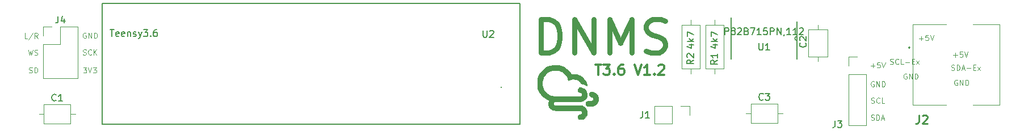
<source format=gbr>
G04 #@! TF.GenerationSoftware,KiCad,Pcbnew,(5.1.4)-1*
G04 #@! TF.CreationDate,2019-11-17T17:18:35+01:00*
G04 #@! TF.ProjectId,DNMS,444e4d53-2e6b-4696-9361-645f70636258,0.9.0*
G04 #@! TF.SameCoordinates,Original*
G04 #@! TF.FileFunction,Legend,Top*
G04 #@! TF.FilePolarity,Positive*
%FSLAX46Y46*%
G04 Gerber Fmt 4.6, Leading zero omitted, Abs format (unit mm)*
G04 Created by KiCad (PCBNEW (5.1.4)-1) date 2019-11-17 17:18:35*
%MOMM*%
%LPD*%
G04 APERTURE LIST*
%ADD10C,0.100000*%
%ADD11C,0.300000*%
%ADD12C,0.750000*%
%ADD13C,0.200000*%
%ADD14C,0.120000*%
%ADD15C,0.127000*%
%ADD16C,0.152400*%
%ADD17C,0.010000*%
%ADD18C,0.254000*%
%ADD19C,0.150000*%
G04 APERTURE END LIST*
D10*
X200698228Y-82988142D02*
X201307752Y-82988142D01*
X201002990Y-83292904D02*
X201002990Y-82683380D01*
X202069657Y-82492904D02*
X201688704Y-82492904D01*
X201650609Y-82873857D01*
X201688704Y-82835761D01*
X201764895Y-82797666D01*
X201955371Y-82797666D01*
X202031561Y-82835761D01*
X202069657Y-82873857D01*
X202107752Y-82950047D01*
X202107752Y-83140523D01*
X202069657Y-83216714D01*
X202031561Y-83254809D01*
X201955371Y-83292904D01*
X201764895Y-83292904D01*
X201688704Y-83254809D01*
X201650609Y-83216714D01*
X202336323Y-82492904D02*
X202602990Y-83292904D01*
X202869657Y-82492904D01*
X201295076Y-86747400D02*
X201218885Y-86709304D01*
X201104600Y-86709304D01*
X200990314Y-86747400D01*
X200914123Y-86823590D01*
X200876028Y-86899780D01*
X200837933Y-87052161D01*
X200837933Y-87166447D01*
X200876028Y-87318828D01*
X200914123Y-87395019D01*
X200990314Y-87471209D01*
X201104600Y-87509304D01*
X201180790Y-87509304D01*
X201295076Y-87471209D01*
X201333171Y-87433114D01*
X201333171Y-87166447D01*
X201180790Y-87166447D01*
X201676028Y-87509304D02*
X201676028Y-86709304D01*
X202133171Y-87509304D01*
X202133171Y-86709304D01*
X202514123Y-87509304D02*
X202514123Y-86709304D01*
X202704600Y-86709304D01*
X202818885Y-86747400D01*
X202895076Y-86823590D01*
X202933171Y-86899780D01*
X202971266Y-87052161D01*
X202971266Y-87166447D01*
X202933171Y-87318828D01*
X202895076Y-87395019D01*
X202818885Y-87471209D01*
X202704600Y-87509304D01*
X202514123Y-87509304D01*
X200412619Y-85236009D02*
X200526904Y-85274104D01*
X200717380Y-85274104D01*
X200793571Y-85236009D01*
X200831666Y-85197914D01*
X200869761Y-85121723D01*
X200869761Y-85045533D01*
X200831666Y-84969342D01*
X200793571Y-84931247D01*
X200717380Y-84893152D01*
X200565000Y-84855057D01*
X200488809Y-84816961D01*
X200450714Y-84778866D01*
X200412619Y-84702676D01*
X200412619Y-84626485D01*
X200450714Y-84550295D01*
X200488809Y-84512200D01*
X200565000Y-84474104D01*
X200755476Y-84474104D01*
X200869761Y-84512200D01*
X201212619Y-85274104D02*
X201212619Y-84474104D01*
X201403095Y-84474104D01*
X201517380Y-84512200D01*
X201593571Y-84588390D01*
X201631666Y-84664580D01*
X201669761Y-84816961D01*
X201669761Y-84931247D01*
X201631666Y-85083628D01*
X201593571Y-85159819D01*
X201517380Y-85236009D01*
X201403095Y-85274104D01*
X201212619Y-85274104D01*
X201974523Y-85045533D02*
X202355476Y-85045533D01*
X201898333Y-85274104D02*
X202165000Y-84474104D01*
X202431666Y-85274104D01*
X202698333Y-84969342D02*
X203307857Y-84969342D01*
X203688809Y-84855057D02*
X203955476Y-84855057D01*
X204069761Y-85274104D02*
X203688809Y-85274104D01*
X203688809Y-84474104D01*
X204069761Y-84474104D01*
X204336428Y-85274104D02*
X204755476Y-84740771D01*
X204336428Y-84740771D02*
X204755476Y-85274104D01*
X191287666Y-84321609D02*
X191401952Y-84359704D01*
X191592428Y-84359704D01*
X191668619Y-84321609D01*
X191706714Y-84283514D01*
X191744809Y-84207323D01*
X191744809Y-84131133D01*
X191706714Y-84054942D01*
X191668619Y-84016847D01*
X191592428Y-83978752D01*
X191440047Y-83940657D01*
X191363857Y-83902561D01*
X191325761Y-83864466D01*
X191287666Y-83788276D01*
X191287666Y-83712085D01*
X191325761Y-83635895D01*
X191363857Y-83597800D01*
X191440047Y-83559704D01*
X191630523Y-83559704D01*
X191744809Y-83597800D01*
X192544809Y-84283514D02*
X192506714Y-84321609D01*
X192392428Y-84359704D01*
X192316238Y-84359704D01*
X192201952Y-84321609D01*
X192125761Y-84245419D01*
X192087666Y-84169228D01*
X192049571Y-84016847D01*
X192049571Y-83902561D01*
X192087666Y-83750180D01*
X192125761Y-83673990D01*
X192201952Y-83597800D01*
X192316238Y-83559704D01*
X192392428Y-83559704D01*
X192506714Y-83597800D01*
X192544809Y-83635895D01*
X193268619Y-84359704D02*
X192887666Y-84359704D01*
X192887666Y-83559704D01*
X193535285Y-84054942D02*
X194144809Y-84054942D01*
X194525761Y-83940657D02*
X194792428Y-83940657D01*
X194906714Y-84359704D02*
X194525761Y-84359704D01*
X194525761Y-83559704D01*
X194906714Y-83559704D01*
X195173380Y-84359704D02*
X195592428Y-83826371D01*
X195173380Y-83826371D02*
X195592428Y-84359704D01*
X193725876Y-85807600D02*
X193649685Y-85769504D01*
X193535400Y-85769504D01*
X193421114Y-85807600D01*
X193344923Y-85883790D01*
X193306828Y-85959980D01*
X193268733Y-86112361D01*
X193268733Y-86226647D01*
X193306828Y-86379028D01*
X193344923Y-86455219D01*
X193421114Y-86531409D01*
X193535400Y-86569504D01*
X193611590Y-86569504D01*
X193725876Y-86531409D01*
X193763971Y-86493314D01*
X193763971Y-86226647D01*
X193611590Y-86226647D01*
X194106828Y-86569504D02*
X194106828Y-85769504D01*
X194563971Y-86569504D01*
X194563971Y-85769504D01*
X194944923Y-86569504D02*
X194944923Y-85769504D01*
X195135400Y-85769504D01*
X195249685Y-85807600D01*
X195325876Y-85883790D01*
X195363971Y-85959980D01*
X195402066Y-86112361D01*
X195402066Y-86226647D01*
X195363971Y-86379028D01*
X195325876Y-86455219D01*
X195249685Y-86531409D01*
X195135400Y-86569504D01*
X194944923Y-86569504D01*
X195592828Y-80498942D02*
X196202352Y-80498942D01*
X195897590Y-80803704D02*
X195897590Y-80194180D01*
X196964257Y-80003704D02*
X196583304Y-80003704D01*
X196545209Y-80384657D01*
X196583304Y-80346561D01*
X196659495Y-80308466D01*
X196849971Y-80308466D01*
X196926161Y-80346561D01*
X196964257Y-80384657D01*
X197002352Y-80460847D01*
X197002352Y-80651323D01*
X196964257Y-80727514D01*
X196926161Y-80765609D01*
X196849971Y-80803704D01*
X196659495Y-80803704D01*
X196583304Y-80765609D01*
X196545209Y-80727514D01*
X197230923Y-80003704D02*
X197497590Y-80803704D01*
X197764257Y-80003704D01*
D11*
X147312714Y-84420971D02*
X148169857Y-84420971D01*
X147741285Y-85920971D02*
X147741285Y-84420971D01*
X148527000Y-84420971D02*
X149455571Y-84420971D01*
X148955571Y-84992400D01*
X149169857Y-84992400D01*
X149312714Y-85063828D01*
X149384142Y-85135257D01*
X149455571Y-85278114D01*
X149455571Y-85635257D01*
X149384142Y-85778114D01*
X149312714Y-85849542D01*
X149169857Y-85920971D01*
X148741285Y-85920971D01*
X148598428Y-85849542D01*
X148527000Y-85778114D01*
X150098428Y-85778114D02*
X150169857Y-85849542D01*
X150098428Y-85920971D01*
X150027000Y-85849542D01*
X150098428Y-85778114D01*
X150098428Y-85920971D01*
X151455571Y-84420971D02*
X151169857Y-84420971D01*
X151027000Y-84492400D01*
X150955571Y-84563828D01*
X150812714Y-84778114D01*
X150741285Y-85063828D01*
X150741285Y-85635257D01*
X150812714Y-85778114D01*
X150884142Y-85849542D01*
X151027000Y-85920971D01*
X151312714Y-85920971D01*
X151455571Y-85849542D01*
X151527000Y-85778114D01*
X151598428Y-85635257D01*
X151598428Y-85278114D01*
X151527000Y-85135257D01*
X151455571Y-85063828D01*
X151312714Y-84992400D01*
X151027000Y-84992400D01*
X150884142Y-85063828D01*
X150812714Y-85135257D01*
X150741285Y-85278114D01*
X153169857Y-84420971D02*
X153669857Y-85920971D01*
X154169857Y-84420971D01*
X155455571Y-85920971D02*
X154598428Y-85920971D01*
X155027000Y-85920971D02*
X155027000Y-84420971D01*
X154884142Y-84635257D01*
X154741285Y-84778114D01*
X154598428Y-84849542D01*
X156098428Y-85778114D02*
X156169857Y-85849542D01*
X156098428Y-85920971D01*
X156027000Y-85849542D01*
X156098428Y-85778114D01*
X156098428Y-85920971D01*
X156741285Y-84563828D02*
X156812714Y-84492400D01*
X156955571Y-84420971D01*
X157312714Y-84420971D01*
X157455571Y-84492400D01*
X157527000Y-84563828D01*
X157598428Y-84706685D01*
X157598428Y-84849542D01*
X157527000Y-85063828D01*
X156669857Y-85920971D01*
X157598428Y-85920971D01*
D10*
X62846028Y-85617009D02*
X62960314Y-85655104D01*
X63150790Y-85655104D01*
X63226980Y-85617009D01*
X63265076Y-85578914D01*
X63303171Y-85502723D01*
X63303171Y-85426533D01*
X63265076Y-85350342D01*
X63226980Y-85312247D01*
X63150790Y-85274152D01*
X62998409Y-85236057D01*
X62922219Y-85197961D01*
X62884123Y-85159866D01*
X62846028Y-85083676D01*
X62846028Y-85007485D01*
X62884123Y-84931295D01*
X62922219Y-84893200D01*
X62998409Y-84855104D01*
X63188885Y-84855104D01*
X63303171Y-84893200D01*
X63646028Y-85655104D02*
X63646028Y-84855104D01*
X63836504Y-84855104D01*
X63950790Y-84893200D01*
X64026980Y-84969390D01*
X64065076Y-85045580D01*
X64103171Y-85197961D01*
X64103171Y-85312247D01*
X64065076Y-85464628D01*
X64026980Y-85540819D01*
X63950790Y-85617009D01*
X63836504Y-85655104D01*
X63646028Y-85655104D01*
X62699990Y-82213504D02*
X62890466Y-83013504D01*
X63042847Y-82442076D01*
X63195228Y-83013504D01*
X63385704Y-82213504D01*
X63652371Y-82975409D02*
X63766657Y-83013504D01*
X63957133Y-83013504D01*
X64033323Y-82975409D01*
X64071419Y-82937314D01*
X64109514Y-82861123D01*
X64109514Y-82784933D01*
X64071419Y-82708742D01*
X64033323Y-82670647D01*
X63957133Y-82632552D01*
X63804752Y-82594457D01*
X63728561Y-82556361D01*
X63690466Y-82518266D01*
X63652371Y-82442076D01*
X63652371Y-82365885D01*
X63690466Y-82289695D01*
X63728561Y-82251600D01*
X63804752Y-82213504D01*
X63995228Y-82213504D01*
X64109514Y-82251600D01*
X62572971Y-80498904D02*
X62192019Y-80498904D01*
X62192019Y-79698904D01*
X63411066Y-79660809D02*
X62725352Y-80689380D01*
X64134876Y-80498904D02*
X63868209Y-80117952D01*
X63677733Y-80498904D02*
X63677733Y-79698904D01*
X63982495Y-79698904D01*
X64058685Y-79737000D01*
X64096780Y-79775095D01*
X64134876Y-79851285D01*
X64134876Y-79965571D01*
X64096780Y-80041761D01*
X64058685Y-80079857D01*
X63982495Y-80117952D01*
X63677733Y-80117952D01*
X70916923Y-84855104D02*
X71412161Y-84855104D01*
X71145495Y-85159866D01*
X71259780Y-85159866D01*
X71335971Y-85197961D01*
X71374066Y-85236057D01*
X71412161Y-85312247D01*
X71412161Y-85502723D01*
X71374066Y-85578914D01*
X71335971Y-85617009D01*
X71259780Y-85655104D01*
X71031209Y-85655104D01*
X70955019Y-85617009D01*
X70916923Y-85578914D01*
X71640733Y-84855104D02*
X71907400Y-85655104D01*
X72174066Y-84855104D01*
X72364542Y-84855104D02*
X72859780Y-84855104D01*
X72593114Y-85159866D01*
X72707400Y-85159866D01*
X72783590Y-85197961D01*
X72821685Y-85236057D01*
X72859780Y-85312247D01*
X72859780Y-85502723D01*
X72821685Y-85578914D01*
X72783590Y-85617009D01*
X72707400Y-85655104D01*
X72478828Y-85655104D01*
X72402638Y-85617009D01*
X72364542Y-85578914D01*
X70878828Y-82924609D02*
X70993114Y-82962704D01*
X71183590Y-82962704D01*
X71259780Y-82924609D01*
X71297876Y-82886514D01*
X71335971Y-82810323D01*
X71335971Y-82734133D01*
X71297876Y-82657942D01*
X71259780Y-82619847D01*
X71183590Y-82581752D01*
X71031209Y-82543657D01*
X70955019Y-82505561D01*
X70916923Y-82467466D01*
X70878828Y-82391276D01*
X70878828Y-82315085D01*
X70916923Y-82238895D01*
X70955019Y-82200800D01*
X71031209Y-82162704D01*
X71221685Y-82162704D01*
X71335971Y-82200800D01*
X72135971Y-82886514D02*
X72097876Y-82924609D01*
X71983590Y-82962704D01*
X71907400Y-82962704D01*
X71793114Y-82924609D01*
X71716923Y-82848419D01*
X71678828Y-82772228D01*
X71640733Y-82619847D01*
X71640733Y-82505561D01*
X71678828Y-82353180D01*
X71716923Y-82276990D01*
X71793114Y-82200800D01*
X71907400Y-82162704D01*
X71983590Y-82162704D01*
X72097876Y-82200800D01*
X72135971Y-82238895D01*
X72478828Y-82962704D02*
X72478828Y-82162704D01*
X72935971Y-82962704D02*
X72593114Y-82505561D01*
X72935971Y-82162704D02*
X72478828Y-82619847D01*
X71323276Y-79711600D02*
X71247085Y-79673504D01*
X71132800Y-79673504D01*
X71018514Y-79711600D01*
X70942323Y-79787790D01*
X70904228Y-79863980D01*
X70866133Y-80016361D01*
X70866133Y-80130647D01*
X70904228Y-80283028D01*
X70942323Y-80359219D01*
X71018514Y-80435409D01*
X71132800Y-80473504D01*
X71208990Y-80473504D01*
X71323276Y-80435409D01*
X71361371Y-80397314D01*
X71361371Y-80130647D01*
X71208990Y-80130647D01*
X71704228Y-80473504D02*
X71704228Y-79673504D01*
X72161371Y-80473504D01*
X72161371Y-79673504D01*
X72542323Y-80473504D02*
X72542323Y-79673504D01*
X72732800Y-79673504D01*
X72847085Y-79711600D01*
X72923276Y-79787790D01*
X72961371Y-79863980D01*
X72999466Y-80016361D01*
X72999466Y-80130647D01*
X72961371Y-80283028D01*
X72923276Y-80359219D01*
X72847085Y-80435409D01*
X72732800Y-80473504D01*
X72542323Y-80473504D01*
X188379228Y-84588342D02*
X188988752Y-84588342D01*
X188683990Y-84893104D02*
X188683990Y-84283580D01*
X189750657Y-84093104D02*
X189369704Y-84093104D01*
X189331609Y-84474057D01*
X189369704Y-84435961D01*
X189445895Y-84397866D01*
X189636371Y-84397866D01*
X189712561Y-84435961D01*
X189750657Y-84474057D01*
X189788752Y-84550247D01*
X189788752Y-84740723D01*
X189750657Y-84816914D01*
X189712561Y-84855009D01*
X189636371Y-84893104D01*
X189445895Y-84893104D01*
X189369704Y-84855009D01*
X189331609Y-84816914D01*
X190017323Y-84093104D02*
X190283990Y-84893104D01*
X190550657Y-84093104D01*
X188849076Y-86950600D02*
X188772885Y-86912504D01*
X188658600Y-86912504D01*
X188544314Y-86950600D01*
X188468123Y-87026790D01*
X188430028Y-87102980D01*
X188391933Y-87255361D01*
X188391933Y-87369647D01*
X188430028Y-87522028D01*
X188468123Y-87598219D01*
X188544314Y-87674409D01*
X188658600Y-87712504D01*
X188734790Y-87712504D01*
X188849076Y-87674409D01*
X188887171Y-87636314D01*
X188887171Y-87369647D01*
X188734790Y-87369647D01*
X189230028Y-87712504D02*
X189230028Y-86912504D01*
X189687171Y-87712504D01*
X189687171Y-86912504D01*
X190068123Y-87712504D02*
X190068123Y-86912504D01*
X190258600Y-86912504D01*
X190372885Y-86950600D01*
X190449076Y-87026790D01*
X190487171Y-87102980D01*
X190525266Y-87255361D01*
X190525266Y-87369647D01*
X190487171Y-87522028D01*
X190449076Y-87598219D01*
X190372885Y-87674409D01*
X190258600Y-87712504D01*
X190068123Y-87712504D01*
X188436371Y-92678209D02*
X188550657Y-92716304D01*
X188741133Y-92716304D01*
X188817323Y-92678209D01*
X188855419Y-92640114D01*
X188893514Y-92563923D01*
X188893514Y-92487733D01*
X188855419Y-92411542D01*
X188817323Y-92373447D01*
X188741133Y-92335352D01*
X188588752Y-92297257D01*
X188512561Y-92259161D01*
X188474466Y-92221066D01*
X188436371Y-92144876D01*
X188436371Y-92068685D01*
X188474466Y-91992495D01*
X188512561Y-91954400D01*
X188588752Y-91916304D01*
X188779228Y-91916304D01*
X188893514Y-91954400D01*
X189236371Y-92716304D02*
X189236371Y-91916304D01*
X189426847Y-91916304D01*
X189541133Y-91954400D01*
X189617323Y-92030590D01*
X189655419Y-92106780D01*
X189693514Y-92259161D01*
X189693514Y-92373447D01*
X189655419Y-92525828D01*
X189617323Y-92602019D01*
X189541133Y-92678209D01*
X189426847Y-92716304D01*
X189236371Y-92716304D01*
X189998276Y-92487733D02*
X190379228Y-92487733D01*
X189922085Y-92716304D02*
X190188752Y-91916304D01*
X190455419Y-92716304D01*
X188455419Y-90138209D02*
X188569704Y-90176304D01*
X188760180Y-90176304D01*
X188836371Y-90138209D01*
X188874466Y-90100114D01*
X188912561Y-90023923D01*
X188912561Y-89947733D01*
X188874466Y-89871542D01*
X188836371Y-89833447D01*
X188760180Y-89795352D01*
X188607800Y-89757257D01*
X188531609Y-89719161D01*
X188493514Y-89681066D01*
X188455419Y-89604876D01*
X188455419Y-89528685D01*
X188493514Y-89452495D01*
X188531609Y-89414400D01*
X188607800Y-89376304D01*
X188798276Y-89376304D01*
X188912561Y-89414400D01*
X189712561Y-90100114D02*
X189674466Y-90138209D01*
X189560180Y-90176304D01*
X189483990Y-90176304D01*
X189369704Y-90138209D01*
X189293514Y-90062019D01*
X189255419Y-89985828D01*
X189217323Y-89833447D01*
X189217323Y-89719161D01*
X189255419Y-89566780D01*
X189293514Y-89490590D01*
X189369704Y-89414400D01*
X189483990Y-89376304D01*
X189560180Y-89376304D01*
X189674466Y-89414400D01*
X189712561Y-89452495D01*
X190436371Y-90176304D02*
X190055419Y-90176304D01*
X190055419Y-89376304D01*
D12*
X139169333Y-82652904D02*
X139169333Y-77652904D01*
X140359809Y-77652904D01*
X141074095Y-77891000D01*
X141550285Y-78367190D01*
X141788380Y-78843380D01*
X142026476Y-79795761D01*
X142026476Y-80510047D01*
X141788380Y-81462428D01*
X141550285Y-81938619D01*
X141074095Y-82414809D01*
X140359809Y-82652904D01*
X139169333Y-82652904D01*
X144169333Y-82652904D02*
X144169333Y-77652904D01*
X147026476Y-82652904D01*
X147026476Y-77652904D01*
X149407428Y-82652904D02*
X149407428Y-77652904D01*
X151074095Y-81224333D01*
X152740761Y-77652904D01*
X152740761Y-82652904D01*
X154883619Y-82414809D02*
X155597904Y-82652904D01*
X156788380Y-82652904D01*
X157264571Y-82414809D01*
X157502666Y-82176714D01*
X157740761Y-81700523D01*
X157740761Y-81224333D01*
X157502666Y-80748142D01*
X157264571Y-80510047D01*
X156788380Y-80271952D01*
X155836000Y-80033857D01*
X155359809Y-79795761D01*
X155121714Y-79557666D01*
X154883619Y-79081476D01*
X154883619Y-78605285D01*
X155121714Y-78129095D01*
X155359809Y-77891000D01*
X155836000Y-77652904D01*
X157026476Y-77652904D01*
X157740761Y-77891000D01*
D10*
X199612400Y-90455000D02*
X194612400Y-90455000D01*
X194612400Y-90455000D02*
X194612400Y-78455000D01*
X194612400Y-78455000D02*
X199612400Y-78455000D01*
X203612400Y-90455000D02*
X207612400Y-90455000D01*
X207612400Y-90455000D02*
X207612400Y-78455000D01*
X207612400Y-78455000D02*
X203612400Y-78455000D01*
D13*
X194112400Y-81955000D02*
X194112400Y-81955000D01*
X194112400Y-81755000D02*
X194112400Y-81755000D01*
X194112400Y-81755000D02*
G75*
G03X194112400Y-81955000I0J-100000D01*
G01*
X194112400Y-81955000D02*
G75*
G03X194112400Y-81755000I0J100000D01*
G01*
D14*
X64913200Y-78756200D02*
X66243200Y-78756200D01*
X64913200Y-80086200D02*
X64913200Y-78756200D01*
X67513200Y-78756200D02*
X70113200Y-78756200D01*
X67513200Y-81356200D02*
X67513200Y-78756200D01*
X64913200Y-81356200D02*
X67513200Y-81356200D01*
X70113200Y-78756200D02*
X70113200Y-86496200D01*
X64913200Y-81356200D02*
X64913200Y-86496200D01*
X64913200Y-86496200D02*
X70113200Y-86496200D01*
X69731400Y-91821000D02*
X69041400Y-91821000D01*
X64311400Y-91821000D02*
X65001400Y-91821000D01*
X69041400Y-90401000D02*
X65001400Y-90401000D01*
X69041400Y-93241000D02*
X69041400Y-90401000D01*
X65001400Y-93241000D02*
X69041400Y-93241000D01*
X65001400Y-90401000D02*
X65001400Y-93241000D01*
X175217600Y-91694000D02*
X174527600Y-91694000D01*
X169797600Y-91694000D02*
X170487600Y-91694000D01*
X174527600Y-90274000D02*
X170487600Y-90274000D01*
X174527600Y-93114000D02*
X174527600Y-90274000D01*
X170487600Y-93114000D02*
X174527600Y-93114000D01*
X170487600Y-90274000D02*
X170487600Y-93114000D01*
D15*
X136032620Y-75328000D02*
X73732620Y-75328000D01*
X73732620Y-75328000D02*
X73732620Y-93328000D01*
X73732620Y-93328000D02*
X136032620Y-93328000D01*
X136032620Y-93328000D02*
X136032620Y-75328000D01*
D16*
X133282620Y-87728000D02*
X133282620Y-87828000D01*
D14*
X180517800Y-78477600D02*
X180517800Y-79167600D01*
X180517800Y-83897600D02*
X180517800Y-83207600D01*
X179097800Y-79167600D02*
X179097800Y-83207600D01*
X181937800Y-79167600D02*
X179097800Y-79167600D01*
X181937800Y-83207600D02*
X181937800Y-79167600D01*
X179097800Y-83207600D02*
X181937800Y-83207600D01*
D17*
G36*
X146935429Y-88533740D02*
G01*
X147051483Y-88572012D01*
X147277414Y-88680127D01*
X147457540Y-88819529D01*
X147606516Y-89002100D01*
X147633053Y-89043528D01*
X147667482Y-89110671D01*
X147690380Y-89189588D01*
X147704816Y-89296584D01*
X147713860Y-89447968D01*
X147715086Y-89479396D01*
X147717066Y-89682801D01*
X147703032Y-89840347D01*
X147668765Y-89968572D01*
X147610047Y-90084011D01*
X147534085Y-90189050D01*
X147453277Y-90286765D01*
X147386138Y-90354704D01*
X147311535Y-90410392D01*
X147208334Y-90471355D01*
X147164425Y-90495604D01*
X147096744Y-90530562D01*
X147033835Y-90555035D01*
X146961966Y-90571211D01*
X146867406Y-90581276D01*
X146736426Y-90587419D01*
X146561175Y-90591707D01*
X146394259Y-90593029D01*
X146245778Y-90590356D01*
X146129477Y-90584213D01*
X146059103Y-90575125D01*
X146049622Y-90572175D01*
X145946093Y-90496387D01*
X145876647Y-90382656D01*
X145845067Y-90248846D01*
X145855139Y-90112820D01*
X145910648Y-89992444D01*
X145923413Y-89976507D01*
X145958982Y-89938488D01*
X145996856Y-89912464D01*
X146049969Y-89895385D01*
X146131258Y-89884203D01*
X146253659Y-89875866D01*
X146375851Y-89869852D01*
X146591053Y-89855732D01*
X146750659Y-89833541D01*
X146862456Y-89799082D01*
X146934231Y-89748155D01*
X146973768Y-89676563D01*
X146988854Y-89580107D01*
X146989800Y-89538819D01*
X146962801Y-89418833D01*
X146890914Y-89325744D01*
X146787801Y-89274122D01*
X146736126Y-89268300D01*
X146636587Y-89250398D01*
X146552120Y-89212750D01*
X146441492Y-89126616D01*
X146380580Y-89033804D01*
X146357315Y-88912979D01*
X146355856Y-88865799D01*
X146359489Y-88763960D01*
X146380243Y-88697976D01*
X146430416Y-88640386D01*
X146473159Y-88603861D01*
X146603875Y-88528955D01*
X146755747Y-88505703D01*
X146935429Y-88533740D01*
X146935429Y-88533740D01*
G37*
X146935429Y-88533740D02*
X147051483Y-88572012D01*
X147277414Y-88680127D01*
X147457540Y-88819529D01*
X147606516Y-89002100D01*
X147633053Y-89043528D01*
X147667482Y-89110671D01*
X147690380Y-89189588D01*
X147704816Y-89296584D01*
X147713860Y-89447968D01*
X147715086Y-89479396D01*
X147717066Y-89682801D01*
X147703032Y-89840347D01*
X147668765Y-89968572D01*
X147610047Y-90084011D01*
X147534085Y-90189050D01*
X147453277Y-90286765D01*
X147386138Y-90354704D01*
X147311535Y-90410392D01*
X147208334Y-90471355D01*
X147164425Y-90495604D01*
X147096744Y-90530562D01*
X147033835Y-90555035D01*
X146961966Y-90571211D01*
X146867406Y-90581276D01*
X146736426Y-90587419D01*
X146561175Y-90591707D01*
X146394259Y-90593029D01*
X146245778Y-90590356D01*
X146129477Y-90584213D01*
X146059103Y-90575125D01*
X146049622Y-90572175D01*
X145946093Y-90496387D01*
X145876647Y-90382656D01*
X145845067Y-90248846D01*
X145855139Y-90112820D01*
X145910648Y-89992444D01*
X145923413Y-89976507D01*
X145958982Y-89938488D01*
X145996856Y-89912464D01*
X146049969Y-89895385D01*
X146131258Y-89884203D01*
X146253659Y-89875866D01*
X146375851Y-89869852D01*
X146591053Y-89855732D01*
X146750659Y-89833541D01*
X146862456Y-89799082D01*
X146934231Y-89748155D01*
X146973768Y-89676563D01*
X146988854Y-89580107D01*
X146989800Y-89538819D01*
X146962801Y-89418833D01*
X146890914Y-89325744D01*
X146787801Y-89274122D01*
X146736126Y-89268300D01*
X146636587Y-89250398D01*
X146552120Y-89212750D01*
X146441492Y-89126616D01*
X146380580Y-89033804D01*
X146357315Y-88912979D01*
X146355856Y-88865799D01*
X146359489Y-88763960D01*
X146380243Y-88697976D01*
X146430416Y-88640386D01*
X146473159Y-88603861D01*
X146603875Y-88528955D01*
X146755747Y-88505703D01*
X146935429Y-88533740D01*
G36*
X141613959Y-84513785D02*
G01*
X141862561Y-84536623D01*
X142076919Y-84572640D01*
X142245714Y-84620161D01*
X142312696Y-84649368D01*
X142382621Y-84682081D01*
X142426859Y-84696097D01*
X142427216Y-84696104D01*
X142464244Y-84711125D01*
X142542235Y-84751196D01*
X142647457Y-84809111D01*
X142704399Y-84841590D01*
X142926402Y-84989034D01*
X143149445Y-85171646D01*
X143354931Y-85372369D01*
X143524260Y-85574149D01*
X143562887Y-85628851D01*
X143699754Y-85832147D01*
X144003339Y-85830727D01*
X144194246Y-85836491D01*
X144382030Y-85853917D01*
X144549861Y-85880583D01*
X144680908Y-85914069D01*
X144733657Y-85935781D01*
X144790056Y-85963429D01*
X144879620Y-86005470D01*
X144937784Y-86032195D01*
X145017139Y-86075548D01*
X145119992Y-86141610D01*
X145234125Y-86221235D01*
X145347318Y-86305275D01*
X145447353Y-86384581D01*
X145522011Y-86450007D01*
X145559073Y-86492403D01*
X145561050Y-86498819D01*
X145580690Y-86535939D01*
X145628755Y-86595464D01*
X145636550Y-86603997D01*
X145701268Y-86688867D01*
X145777053Y-86810429D01*
X145853897Y-86949800D01*
X145921794Y-87088099D01*
X145970735Y-87206443D01*
X145988498Y-87268050D01*
X146013177Y-87366433D01*
X146043860Y-87449281D01*
X146044488Y-87450564D01*
X146066583Y-87515165D01*
X146046993Y-87539394D01*
X145982734Y-87523786D01*
X145888702Y-87478502D01*
X145716880Y-87391214D01*
X145578513Y-87332033D01*
X145454344Y-87293660D01*
X145342356Y-87271440D01*
X145221175Y-87241992D01*
X145145839Y-87195699D01*
X145123770Y-87169314D01*
X144990012Y-86999473D01*
X144840771Y-86860316D01*
X144660406Y-86739610D01*
X144433273Y-86625117D01*
X144421023Y-86619611D01*
X144357190Y-86604963D01*
X144247848Y-86593453D01*
X144110967Y-86586627D01*
X144024148Y-86585425D01*
X143850775Y-86588923D01*
X143717541Y-86603180D01*
X143601288Y-86633836D01*
X143478860Y-86686533D01*
X143365401Y-86745902D01*
X143294118Y-86781842D01*
X143259066Y-86779232D01*
X143241694Y-86728600D01*
X143233205Y-86678397D01*
X143198230Y-86555521D01*
X143132673Y-86401974D01*
X143046219Y-86236187D01*
X142948555Y-86076586D01*
X142849369Y-85941600D01*
X142840182Y-85930683D01*
X142669183Y-85753786D01*
X142477607Y-85594552D01*
X142285515Y-85468846D01*
X142203028Y-85426885D01*
X142105670Y-85381849D01*
X142026169Y-85343768D01*
X141999773Y-85330418D01*
X141899336Y-85295612D01*
X141751090Y-85268065D01*
X141570477Y-85249394D01*
X141372935Y-85241216D01*
X141181904Y-85244728D01*
X140874578Y-85279443D01*
X140603459Y-85353447D01*
X140350968Y-85472273D01*
X140239425Y-85541388D01*
X140117972Y-85633938D01*
X139985671Y-85753822D01*
X139857544Y-85885469D01*
X139748611Y-86013306D01*
X139673893Y-86121763D01*
X139666721Y-86135092D01*
X139627069Y-86206695D01*
X139597784Y-86249642D01*
X139595259Y-86252050D01*
X139569002Y-86294191D01*
X139531090Y-86379462D01*
X139488195Y-86490195D01*
X139446987Y-86608721D01*
X139414137Y-86717371D01*
X139403471Y-86760050D01*
X139383896Y-86890786D01*
X139374201Y-87052879D01*
X139373598Y-87231787D01*
X139381302Y-87412964D01*
X139396527Y-87581866D01*
X139418486Y-87723951D01*
X139446395Y-87824674D01*
X139462662Y-87855425D01*
X139488924Y-87904602D01*
X139522893Y-87984131D01*
X139528364Y-87998300D01*
X139639576Y-88219614D01*
X139799764Y-88440391D01*
X139995873Y-88646503D01*
X140214849Y-88823824D01*
X140391224Y-88932060D01*
X140479355Y-88978142D01*
X140559539Y-89017940D01*
X140636984Y-89051914D01*
X140716898Y-89080526D01*
X140804488Y-89104236D01*
X140904960Y-89123504D01*
X141023524Y-89138792D01*
X141165386Y-89150559D01*
X141335753Y-89159266D01*
X141539834Y-89165375D01*
X141782835Y-89169345D01*
X142069964Y-89171637D01*
X142406429Y-89172712D01*
X142797436Y-89173030D01*
X143115684Y-89173050D01*
X145139027Y-89173050D01*
X145223038Y-89095191D01*
X145281292Y-89023731D01*
X145304714Y-88936612D01*
X145307050Y-88878475D01*
X145284508Y-88747260D01*
X145214599Y-88655060D01*
X145093892Y-88598337D01*
X145020943Y-88583271D01*
X144862999Y-88529740D01*
X144775237Y-88464330D01*
X144711521Y-88395265D01*
X144681341Y-88327946D01*
X144673122Y-88233134D01*
X144673106Y-88206384D01*
X144689959Y-88065724D01*
X144745416Y-87963600D01*
X144850090Y-87883704D01*
X144899659Y-87858286D01*
X144961024Y-87832022D01*
X145015382Y-87821149D01*
X145081944Y-87826086D01*
X145179920Y-87847252D01*
X145254365Y-87866015D01*
X145513559Y-87959602D01*
X145724853Y-88094421D01*
X145886962Y-88268834D01*
X145998599Y-88481203D01*
X146058479Y-88729888D01*
X146069050Y-88903933D01*
X146065767Y-89027624D01*
X146057026Y-89125327D01*
X146044488Y-89180979D01*
X146039742Y-89187415D01*
X146012070Y-89229072D01*
X145990917Y-89294394D01*
X145950892Y-89383310D01*
X145872542Y-89492465D01*
X145769962Y-89606260D01*
X145657245Y-89709093D01*
X145548487Y-89785365D01*
X145546152Y-89786678D01*
X145491447Y-89816007D01*
X145436677Y-89841198D01*
X145376781Y-89862568D01*
X145306696Y-89880428D01*
X145221359Y-89895093D01*
X145115709Y-89906876D01*
X144984681Y-89916091D01*
X144823214Y-89923051D01*
X144626244Y-89928071D01*
X144388711Y-89931463D01*
X144105550Y-89933542D01*
X143771699Y-89934620D01*
X143382097Y-89935013D01*
X143151123Y-89935050D01*
X141220572Y-89935050D01*
X141136561Y-90012908D01*
X141069847Y-90114523D01*
X141050982Y-90237951D01*
X141080946Y-90362161D01*
X141117491Y-90421795D01*
X141182432Y-90504355D01*
X143236803Y-90513390D01*
X145291175Y-90522425D01*
X145488876Y-90628887D01*
X145706316Y-90777562D01*
X145875336Y-90958392D01*
X145994660Y-91163283D01*
X146063012Y-91384140D01*
X146079116Y-91612868D01*
X146041695Y-91841371D01*
X145949473Y-92061556D01*
X145801173Y-92265327D01*
X145754475Y-92313450D01*
X145595879Y-92441683D01*
X145425011Y-92522900D01*
X145225642Y-92563182D01*
X145069209Y-92570300D01*
X144947111Y-92567986D01*
X144868715Y-92557288D01*
X144814281Y-92532569D01*
X144764070Y-92488191D01*
X144757365Y-92481250D01*
X144702119Y-92409321D01*
X144677064Y-92327980D01*
X144672050Y-92233190D01*
X144691036Y-92098584D01*
X144752401Y-91996003D01*
X144862749Y-91918651D01*
X145028686Y-91859731D01*
X145037175Y-91857506D01*
X145145006Y-91822829D01*
X145230109Y-91783318D01*
X145267362Y-91754524D01*
X145295713Y-91678806D01*
X145305970Y-91572084D01*
X145297410Y-91464434D01*
X145275970Y-91396802D01*
X145259726Y-91371169D01*
X145237368Y-91349192D01*
X145204217Y-91330590D01*
X145155594Y-91315082D01*
X145086820Y-91302390D01*
X144993216Y-91292232D01*
X144870103Y-91284328D01*
X144712801Y-91278398D01*
X144516633Y-91274163D01*
X144276918Y-91271341D01*
X143988979Y-91269653D01*
X143648135Y-91268819D01*
X143249708Y-91268558D01*
X143134107Y-91268550D01*
X142710718Y-91268449D01*
X142345840Y-91267854D01*
X142034482Y-91266321D01*
X141771656Y-91263408D01*
X141552372Y-91258671D01*
X141371640Y-91251668D01*
X141224470Y-91241957D01*
X141105875Y-91229094D01*
X141010863Y-91212637D01*
X140934445Y-91192143D01*
X140871632Y-91167170D01*
X140817434Y-91137275D01*
X140766862Y-91102015D01*
X140714926Y-91060948D01*
X140705221Y-91053046D01*
X140565559Y-90931604D01*
X140470495Y-90828587D01*
X140409356Y-90731154D01*
X140382938Y-90665300D01*
X140351376Y-90583407D01*
X140321876Y-90528163D01*
X140318464Y-90524012D01*
X140300275Y-90470853D01*
X140291254Y-90373203D01*
X140290783Y-90249313D01*
X140298243Y-90117432D01*
X140313015Y-89995813D01*
X140334480Y-89902705D01*
X140340034Y-89887870D01*
X140368799Y-89812315D01*
X140380651Y-89767170D01*
X140379722Y-89762484D01*
X140347788Y-89746586D01*
X140275903Y-89712995D01*
X140211175Y-89683352D01*
X139956541Y-89546837D01*
X139702051Y-89372789D01*
X139463131Y-89174048D01*
X139255205Y-88963453D01*
X139093697Y-88753845D01*
X139092735Y-88752363D01*
X139039406Y-88671843D01*
X139000073Y-88615636D01*
X138988775Y-88601550D01*
X138967727Y-88566649D01*
X138928725Y-88490811D01*
X138882465Y-88395175D01*
X138831087Y-88287279D01*
X138786680Y-88195898D01*
X138761637Y-88146202D01*
X138722310Y-88036440D01*
X138689959Y-87876565D01*
X138665187Y-87679643D01*
X138648601Y-87458741D01*
X138640804Y-87226924D01*
X138642402Y-86997260D01*
X138654000Y-86782813D01*
X138676202Y-86596652D01*
X138687177Y-86537790D01*
X138791076Y-86192873D01*
X138952025Y-85859817D01*
X139163719Y-85546164D01*
X139419853Y-85259460D01*
X139714125Y-85007247D01*
X140040228Y-84797070D01*
X140215309Y-84709160D01*
X140433702Y-84622583D01*
X140658654Y-84562035D01*
X140905990Y-84524661D01*
X141191531Y-84507607D01*
X141342431Y-84505799D01*
X141613959Y-84513785D01*
X141613959Y-84513785D01*
G37*
X141613959Y-84513785D02*
X141862561Y-84536623D01*
X142076919Y-84572640D01*
X142245714Y-84620161D01*
X142312696Y-84649368D01*
X142382621Y-84682081D01*
X142426859Y-84696097D01*
X142427216Y-84696104D01*
X142464244Y-84711125D01*
X142542235Y-84751196D01*
X142647457Y-84809111D01*
X142704399Y-84841590D01*
X142926402Y-84989034D01*
X143149445Y-85171646D01*
X143354931Y-85372369D01*
X143524260Y-85574149D01*
X143562887Y-85628851D01*
X143699754Y-85832147D01*
X144003339Y-85830727D01*
X144194246Y-85836491D01*
X144382030Y-85853917D01*
X144549861Y-85880583D01*
X144680908Y-85914069D01*
X144733657Y-85935781D01*
X144790056Y-85963429D01*
X144879620Y-86005470D01*
X144937784Y-86032195D01*
X145017139Y-86075548D01*
X145119992Y-86141610D01*
X145234125Y-86221235D01*
X145347318Y-86305275D01*
X145447353Y-86384581D01*
X145522011Y-86450007D01*
X145559073Y-86492403D01*
X145561050Y-86498819D01*
X145580690Y-86535939D01*
X145628755Y-86595464D01*
X145636550Y-86603997D01*
X145701268Y-86688867D01*
X145777053Y-86810429D01*
X145853897Y-86949800D01*
X145921794Y-87088099D01*
X145970735Y-87206443D01*
X145988498Y-87268050D01*
X146013177Y-87366433D01*
X146043860Y-87449281D01*
X146044488Y-87450564D01*
X146066583Y-87515165D01*
X146046993Y-87539394D01*
X145982734Y-87523786D01*
X145888702Y-87478502D01*
X145716880Y-87391214D01*
X145578513Y-87332033D01*
X145454344Y-87293660D01*
X145342356Y-87271440D01*
X145221175Y-87241992D01*
X145145839Y-87195699D01*
X145123770Y-87169314D01*
X144990012Y-86999473D01*
X144840771Y-86860316D01*
X144660406Y-86739610D01*
X144433273Y-86625117D01*
X144421023Y-86619611D01*
X144357190Y-86604963D01*
X144247848Y-86593453D01*
X144110967Y-86586627D01*
X144024148Y-86585425D01*
X143850775Y-86588923D01*
X143717541Y-86603180D01*
X143601288Y-86633836D01*
X143478860Y-86686533D01*
X143365401Y-86745902D01*
X143294118Y-86781842D01*
X143259066Y-86779232D01*
X143241694Y-86728600D01*
X143233205Y-86678397D01*
X143198230Y-86555521D01*
X143132673Y-86401974D01*
X143046219Y-86236187D01*
X142948555Y-86076586D01*
X142849369Y-85941600D01*
X142840182Y-85930683D01*
X142669183Y-85753786D01*
X142477607Y-85594552D01*
X142285515Y-85468846D01*
X142203028Y-85426885D01*
X142105670Y-85381849D01*
X142026169Y-85343768D01*
X141999773Y-85330418D01*
X141899336Y-85295612D01*
X141751090Y-85268065D01*
X141570477Y-85249394D01*
X141372935Y-85241216D01*
X141181904Y-85244728D01*
X140874578Y-85279443D01*
X140603459Y-85353447D01*
X140350968Y-85472273D01*
X140239425Y-85541388D01*
X140117972Y-85633938D01*
X139985671Y-85753822D01*
X139857544Y-85885469D01*
X139748611Y-86013306D01*
X139673893Y-86121763D01*
X139666721Y-86135092D01*
X139627069Y-86206695D01*
X139597784Y-86249642D01*
X139595259Y-86252050D01*
X139569002Y-86294191D01*
X139531090Y-86379462D01*
X139488195Y-86490195D01*
X139446987Y-86608721D01*
X139414137Y-86717371D01*
X139403471Y-86760050D01*
X139383896Y-86890786D01*
X139374201Y-87052879D01*
X139373598Y-87231787D01*
X139381302Y-87412964D01*
X139396527Y-87581866D01*
X139418486Y-87723951D01*
X139446395Y-87824674D01*
X139462662Y-87855425D01*
X139488924Y-87904602D01*
X139522893Y-87984131D01*
X139528364Y-87998300D01*
X139639576Y-88219614D01*
X139799764Y-88440391D01*
X139995873Y-88646503D01*
X140214849Y-88823824D01*
X140391224Y-88932060D01*
X140479355Y-88978142D01*
X140559539Y-89017940D01*
X140636984Y-89051914D01*
X140716898Y-89080526D01*
X140804488Y-89104236D01*
X140904960Y-89123504D01*
X141023524Y-89138792D01*
X141165386Y-89150559D01*
X141335753Y-89159266D01*
X141539834Y-89165375D01*
X141782835Y-89169345D01*
X142069964Y-89171637D01*
X142406429Y-89172712D01*
X142797436Y-89173030D01*
X143115684Y-89173050D01*
X145139027Y-89173050D01*
X145223038Y-89095191D01*
X145281292Y-89023731D01*
X145304714Y-88936612D01*
X145307050Y-88878475D01*
X145284508Y-88747260D01*
X145214599Y-88655060D01*
X145093892Y-88598337D01*
X145020943Y-88583271D01*
X144862999Y-88529740D01*
X144775237Y-88464330D01*
X144711521Y-88395265D01*
X144681341Y-88327946D01*
X144673122Y-88233134D01*
X144673106Y-88206384D01*
X144689959Y-88065724D01*
X144745416Y-87963600D01*
X144850090Y-87883704D01*
X144899659Y-87858286D01*
X144961024Y-87832022D01*
X145015382Y-87821149D01*
X145081944Y-87826086D01*
X145179920Y-87847252D01*
X145254365Y-87866015D01*
X145513559Y-87959602D01*
X145724853Y-88094421D01*
X145886962Y-88268834D01*
X145998599Y-88481203D01*
X146058479Y-88729888D01*
X146069050Y-88903933D01*
X146065767Y-89027624D01*
X146057026Y-89125327D01*
X146044488Y-89180979D01*
X146039742Y-89187415D01*
X146012070Y-89229072D01*
X145990917Y-89294394D01*
X145950892Y-89383310D01*
X145872542Y-89492465D01*
X145769962Y-89606260D01*
X145657245Y-89709093D01*
X145548487Y-89785365D01*
X145546152Y-89786678D01*
X145491447Y-89816007D01*
X145436677Y-89841198D01*
X145376781Y-89862568D01*
X145306696Y-89880428D01*
X145221359Y-89895093D01*
X145115709Y-89906876D01*
X144984681Y-89916091D01*
X144823214Y-89923051D01*
X144626244Y-89928071D01*
X144388711Y-89931463D01*
X144105550Y-89933542D01*
X143771699Y-89934620D01*
X143382097Y-89935013D01*
X143151123Y-89935050D01*
X141220572Y-89935050D01*
X141136561Y-90012908D01*
X141069847Y-90114523D01*
X141050982Y-90237951D01*
X141080946Y-90362161D01*
X141117491Y-90421795D01*
X141182432Y-90504355D01*
X143236803Y-90513390D01*
X145291175Y-90522425D01*
X145488876Y-90628887D01*
X145706316Y-90777562D01*
X145875336Y-90958392D01*
X145994660Y-91163283D01*
X146063012Y-91384140D01*
X146079116Y-91612868D01*
X146041695Y-91841371D01*
X145949473Y-92061556D01*
X145801173Y-92265327D01*
X145754475Y-92313450D01*
X145595879Y-92441683D01*
X145425011Y-92522900D01*
X145225642Y-92563182D01*
X145069209Y-92570300D01*
X144947111Y-92567986D01*
X144868715Y-92557288D01*
X144814281Y-92532569D01*
X144764070Y-92488191D01*
X144757365Y-92481250D01*
X144702119Y-92409321D01*
X144677064Y-92327980D01*
X144672050Y-92233190D01*
X144691036Y-92098584D01*
X144752401Y-91996003D01*
X144862749Y-91918651D01*
X145028686Y-91859731D01*
X145037175Y-91857506D01*
X145145006Y-91822829D01*
X145230109Y-91783318D01*
X145267362Y-91754524D01*
X145295713Y-91678806D01*
X145305970Y-91572084D01*
X145297410Y-91464434D01*
X145275970Y-91396802D01*
X145259726Y-91371169D01*
X145237368Y-91349192D01*
X145204217Y-91330590D01*
X145155594Y-91315082D01*
X145086820Y-91302390D01*
X144993216Y-91292232D01*
X144870103Y-91284328D01*
X144712801Y-91278398D01*
X144516633Y-91274163D01*
X144276918Y-91271341D01*
X143988979Y-91269653D01*
X143648135Y-91268819D01*
X143249708Y-91268558D01*
X143134107Y-91268550D01*
X142710718Y-91268449D01*
X142345840Y-91267854D01*
X142034482Y-91266321D01*
X141771656Y-91263408D01*
X141552372Y-91258671D01*
X141371640Y-91251668D01*
X141224470Y-91241957D01*
X141105875Y-91229094D01*
X141010863Y-91212637D01*
X140934445Y-91192143D01*
X140871632Y-91167170D01*
X140817434Y-91137275D01*
X140766862Y-91102015D01*
X140714926Y-91060948D01*
X140705221Y-91053046D01*
X140565559Y-90931604D01*
X140470495Y-90828587D01*
X140409356Y-90731154D01*
X140382938Y-90665300D01*
X140351376Y-90583407D01*
X140321876Y-90528163D01*
X140318464Y-90524012D01*
X140300275Y-90470853D01*
X140291254Y-90373203D01*
X140290783Y-90249313D01*
X140298243Y-90117432D01*
X140313015Y-89995813D01*
X140334480Y-89902705D01*
X140340034Y-89887870D01*
X140368799Y-89812315D01*
X140380651Y-89767170D01*
X140379722Y-89762484D01*
X140347788Y-89746586D01*
X140275903Y-89712995D01*
X140211175Y-89683352D01*
X139956541Y-89546837D01*
X139702051Y-89372789D01*
X139463131Y-89174048D01*
X139255205Y-88963453D01*
X139093697Y-88753845D01*
X139092735Y-88752363D01*
X139039406Y-88671843D01*
X139000073Y-88615636D01*
X138988775Y-88601550D01*
X138967727Y-88566649D01*
X138928725Y-88490811D01*
X138882465Y-88395175D01*
X138831087Y-88287279D01*
X138786680Y-88195898D01*
X138761637Y-88146202D01*
X138722310Y-88036440D01*
X138689959Y-87876565D01*
X138665187Y-87679643D01*
X138648601Y-87458741D01*
X138640804Y-87226924D01*
X138642402Y-86997260D01*
X138654000Y-86782813D01*
X138676202Y-86596652D01*
X138687177Y-86537790D01*
X138791076Y-86192873D01*
X138952025Y-85859817D01*
X139163719Y-85546164D01*
X139419853Y-85259460D01*
X139714125Y-85007247D01*
X140040228Y-84797070D01*
X140215309Y-84709160D01*
X140433702Y-84622583D01*
X140658654Y-84562035D01*
X140905990Y-84524661D01*
X141191531Y-84507607D01*
X141342431Y-84505799D01*
X141613959Y-84513785D01*
D14*
X185055200Y-83252000D02*
X186385200Y-83252000D01*
X185055200Y-84582000D02*
X185055200Y-83252000D01*
X185055200Y-85852000D02*
X187715200Y-85852000D01*
X187715200Y-85852000D02*
X187715200Y-93532000D01*
X185055200Y-85852000D02*
X185055200Y-93532000D01*
X185055200Y-93532000D02*
X187715200Y-93532000D01*
X161350000Y-90618000D02*
X161350000Y-91948000D01*
X160020000Y-90618000D02*
X161350000Y-90618000D01*
X158750000Y-90618000D02*
X158750000Y-93278000D01*
X158750000Y-93278000D02*
X156150000Y-93278000D01*
X158750000Y-90618000D02*
X156150000Y-90618000D01*
X156150000Y-90618000D02*
X156150000Y-93278000D01*
D16*
X167563800Y-77444600D02*
X167563800Y-83591400D01*
X177368200Y-83591400D02*
X177368200Y-80822800D01*
X177368200Y-80822800D02*
X177368200Y-80213200D01*
X177368200Y-80213200D02*
X177368200Y-78003400D01*
X177368200Y-80822800D02*
G75*
G02X177368200Y-80213200I0J304800D01*
G01*
D14*
X161544000Y-77748000D02*
X161544000Y-78518000D01*
X161544000Y-85828000D02*
X161544000Y-85058000D01*
X160174000Y-78518000D02*
X160174000Y-85058000D01*
X162914000Y-78518000D02*
X160174000Y-78518000D01*
X162914000Y-85058000D02*
X162914000Y-78518000D01*
X160174000Y-85058000D02*
X162914000Y-85058000D01*
X165100000Y-77748000D02*
X165100000Y-78518000D01*
X165100000Y-85828000D02*
X165100000Y-85058000D01*
X163730000Y-78518000D02*
X163730000Y-85058000D01*
X166470000Y-78518000D02*
X163730000Y-78518000D01*
X166470000Y-85058000D02*
X166470000Y-78518000D01*
X163730000Y-85058000D02*
X166470000Y-85058000D01*
D18*
X195563066Y-91963723D02*
X195563066Y-92870866D01*
X195502590Y-93052295D01*
X195381638Y-93173247D01*
X195200209Y-93233723D01*
X195079257Y-93233723D01*
X196107352Y-92084676D02*
X196167828Y-92024200D01*
X196288780Y-91963723D01*
X196591161Y-91963723D01*
X196712114Y-92024200D01*
X196772590Y-92084676D01*
X196833066Y-92205628D01*
X196833066Y-92326580D01*
X196772590Y-92508009D01*
X196046876Y-93233723D01*
X196833066Y-93233723D01*
D19*
X67179866Y-77208580D02*
X67179866Y-77922866D01*
X67132247Y-78065723D01*
X67037009Y-78160961D01*
X66894152Y-78208580D01*
X66798914Y-78208580D01*
X68084628Y-77541914D02*
X68084628Y-78208580D01*
X67846533Y-77160961D02*
X67608438Y-77875247D01*
X68227485Y-77875247D01*
X66854733Y-89758142D02*
X66807114Y-89805761D01*
X66664257Y-89853380D01*
X66569019Y-89853380D01*
X66426161Y-89805761D01*
X66330923Y-89710523D01*
X66283304Y-89615285D01*
X66235685Y-89424809D01*
X66235685Y-89281952D01*
X66283304Y-89091476D01*
X66330923Y-88996238D01*
X66426161Y-88901000D01*
X66569019Y-88853380D01*
X66664257Y-88853380D01*
X66807114Y-88901000D01*
X66854733Y-88948619D01*
X67807114Y-89853380D02*
X67235685Y-89853380D01*
X67521400Y-89853380D02*
X67521400Y-88853380D01*
X67426161Y-88996238D01*
X67330923Y-89091476D01*
X67235685Y-89139095D01*
X172340933Y-89631142D02*
X172293314Y-89678761D01*
X172150457Y-89726380D01*
X172055219Y-89726380D01*
X171912361Y-89678761D01*
X171817123Y-89583523D01*
X171769504Y-89488285D01*
X171721885Y-89297809D01*
X171721885Y-89154952D01*
X171769504Y-88964476D01*
X171817123Y-88869238D01*
X171912361Y-88774000D01*
X172055219Y-88726380D01*
X172150457Y-88726380D01*
X172293314Y-88774000D01*
X172340933Y-88821619D01*
X172674266Y-88726380D02*
X173293314Y-88726380D01*
X172959980Y-89107333D01*
X173102838Y-89107333D01*
X173198076Y-89154952D01*
X173245695Y-89202571D01*
X173293314Y-89297809D01*
X173293314Y-89535904D01*
X173245695Y-89631142D01*
X173198076Y-89678761D01*
X173102838Y-89726380D01*
X172817123Y-89726380D01*
X172721885Y-89678761D01*
X172674266Y-89631142D01*
X130556095Y-79335380D02*
X130556095Y-80144904D01*
X130603714Y-80240142D01*
X130651333Y-80287761D01*
X130746571Y-80335380D01*
X130937047Y-80335380D01*
X131032285Y-80287761D01*
X131079904Y-80240142D01*
X131127523Y-80144904D01*
X131127523Y-79335380D01*
X131556095Y-79430619D02*
X131603714Y-79383000D01*
X131698952Y-79335380D01*
X131937047Y-79335380D01*
X132032285Y-79383000D01*
X132079904Y-79430619D01*
X132127523Y-79525857D01*
X132127523Y-79621095D01*
X132079904Y-79763952D01*
X131508476Y-80335380D01*
X132127523Y-80335380D01*
X74914571Y-79208380D02*
X75486000Y-79208380D01*
X75200285Y-80208380D02*
X75200285Y-79208380D01*
X76200285Y-80160761D02*
X76105047Y-80208380D01*
X75914571Y-80208380D01*
X75819333Y-80160761D01*
X75771714Y-80065523D01*
X75771714Y-79684571D01*
X75819333Y-79589333D01*
X75914571Y-79541714D01*
X76105047Y-79541714D01*
X76200285Y-79589333D01*
X76247904Y-79684571D01*
X76247904Y-79779809D01*
X75771714Y-79875047D01*
X77057428Y-80160761D02*
X76962190Y-80208380D01*
X76771714Y-80208380D01*
X76676476Y-80160761D01*
X76628857Y-80065523D01*
X76628857Y-79684571D01*
X76676476Y-79589333D01*
X76771714Y-79541714D01*
X76962190Y-79541714D01*
X77057428Y-79589333D01*
X77105047Y-79684571D01*
X77105047Y-79779809D01*
X76628857Y-79875047D01*
X77533619Y-79541714D02*
X77533619Y-80208380D01*
X77533619Y-79636952D02*
X77581238Y-79589333D01*
X77676476Y-79541714D01*
X77819333Y-79541714D01*
X77914571Y-79589333D01*
X77962190Y-79684571D01*
X77962190Y-80208380D01*
X78390761Y-80160761D02*
X78486000Y-80208380D01*
X78676476Y-80208380D01*
X78771714Y-80160761D01*
X78819333Y-80065523D01*
X78819333Y-80017904D01*
X78771714Y-79922666D01*
X78676476Y-79875047D01*
X78533619Y-79875047D01*
X78438380Y-79827428D01*
X78390761Y-79732190D01*
X78390761Y-79684571D01*
X78438380Y-79589333D01*
X78533619Y-79541714D01*
X78676476Y-79541714D01*
X78771714Y-79589333D01*
X79152666Y-79541714D02*
X79390761Y-80208380D01*
X79628857Y-79541714D02*
X79390761Y-80208380D01*
X79295523Y-80446476D01*
X79247904Y-80494095D01*
X79152666Y-80541714D01*
X79914571Y-79208380D02*
X80533619Y-79208380D01*
X80200285Y-79589333D01*
X80343142Y-79589333D01*
X80438380Y-79636952D01*
X80486000Y-79684571D01*
X80533619Y-79779809D01*
X80533619Y-80017904D01*
X80486000Y-80113142D01*
X80438380Y-80160761D01*
X80343142Y-80208380D01*
X80057428Y-80208380D01*
X79962190Y-80160761D01*
X79914571Y-80113142D01*
X80962190Y-80113142D02*
X81009809Y-80160761D01*
X80962190Y-80208380D01*
X80914571Y-80160761D01*
X80962190Y-80113142D01*
X80962190Y-80208380D01*
X81866952Y-79208380D02*
X81676476Y-79208380D01*
X81581238Y-79256000D01*
X81533619Y-79303619D01*
X81438380Y-79446476D01*
X81390761Y-79636952D01*
X81390761Y-80017904D01*
X81438380Y-80113142D01*
X81486000Y-80160761D01*
X81581238Y-80208380D01*
X81771714Y-80208380D01*
X81866952Y-80160761D01*
X81914571Y-80113142D01*
X81962190Y-80017904D01*
X81962190Y-79779809D01*
X81914571Y-79684571D01*
X81866952Y-79636952D01*
X81771714Y-79589333D01*
X81581238Y-79589333D01*
X81486000Y-79636952D01*
X81438380Y-79684571D01*
X81390761Y-79779809D01*
X178665142Y-81192666D02*
X178712761Y-81240285D01*
X178760380Y-81383142D01*
X178760380Y-81478380D01*
X178712761Y-81621238D01*
X178617523Y-81716476D01*
X178522285Y-81764095D01*
X178331809Y-81811714D01*
X178188952Y-81811714D01*
X177998476Y-81764095D01*
X177903238Y-81716476D01*
X177808000Y-81621238D01*
X177760380Y-81478380D01*
X177760380Y-81383142D01*
X177808000Y-81240285D01*
X177855619Y-81192666D01*
X177855619Y-80811714D02*
X177808000Y-80764095D01*
X177760380Y-80668857D01*
X177760380Y-80430761D01*
X177808000Y-80335523D01*
X177855619Y-80287904D01*
X177950857Y-80240285D01*
X178046095Y-80240285D01*
X178188952Y-80287904D01*
X178760380Y-80859333D01*
X178760380Y-80240285D01*
X183054666Y-92797380D02*
X183054666Y-93511666D01*
X183007047Y-93654523D01*
X182911809Y-93749761D01*
X182768952Y-93797380D01*
X182673714Y-93797380D01*
X183435619Y-92797380D02*
X184054666Y-92797380D01*
X183721333Y-93178333D01*
X183864190Y-93178333D01*
X183959428Y-93225952D01*
X184007047Y-93273571D01*
X184054666Y-93368809D01*
X184054666Y-93606904D01*
X184007047Y-93702142D01*
X183959428Y-93749761D01*
X183864190Y-93797380D01*
X183578476Y-93797380D01*
X183483238Y-93749761D01*
X183435619Y-93702142D01*
X154352666Y-91400380D02*
X154352666Y-92114666D01*
X154305047Y-92257523D01*
X154209809Y-92352761D01*
X154066952Y-92400380D01*
X153971714Y-92400380D01*
X155352666Y-92400380D02*
X154781238Y-92400380D01*
X155066952Y-92400380D02*
X155066952Y-91400380D01*
X154971714Y-91543238D01*
X154876476Y-91638476D01*
X154781238Y-91686095D01*
X171704095Y-81240380D02*
X171704095Y-82049904D01*
X171751714Y-82145142D01*
X171799333Y-82192761D01*
X171894571Y-82240380D01*
X172085047Y-82240380D01*
X172180285Y-82192761D01*
X172227904Y-82145142D01*
X172275523Y-82049904D01*
X172275523Y-81240380D01*
X173275523Y-82240380D02*
X172704095Y-82240380D01*
X172989809Y-82240380D02*
X172989809Y-81240380D01*
X172894571Y-81383238D01*
X172799333Y-81478476D01*
X172704095Y-81526095D01*
X166632666Y-79954380D02*
X166632666Y-78954380D01*
X167013619Y-78954380D01*
X167108857Y-79002000D01*
X167156476Y-79049619D01*
X167204095Y-79144857D01*
X167204095Y-79287714D01*
X167156476Y-79382952D01*
X167108857Y-79430571D01*
X167013619Y-79478190D01*
X166632666Y-79478190D01*
X167775523Y-79382952D02*
X167680285Y-79335333D01*
X167632666Y-79287714D01*
X167585047Y-79192476D01*
X167585047Y-79144857D01*
X167632666Y-79049619D01*
X167680285Y-79002000D01*
X167775523Y-78954380D01*
X167966000Y-78954380D01*
X168061238Y-79002000D01*
X168108857Y-79049619D01*
X168156476Y-79144857D01*
X168156476Y-79192476D01*
X168108857Y-79287714D01*
X168061238Y-79335333D01*
X167966000Y-79382952D01*
X167775523Y-79382952D01*
X167680285Y-79430571D01*
X167632666Y-79478190D01*
X167585047Y-79573428D01*
X167585047Y-79763904D01*
X167632666Y-79859142D01*
X167680285Y-79906761D01*
X167775523Y-79954380D01*
X167966000Y-79954380D01*
X168061238Y-79906761D01*
X168108857Y-79859142D01*
X168156476Y-79763904D01*
X168156476Y-79573428D01*
X168108857Y-79478190D01*
X168061238Y-79430571D01*
X167966000Y-79382952D01*
X168537428Y-79049619D02*
X168585047Y-79002000D01*
X168680285Y-78954380D01*
X168918380Y-78954380D01*
X169013619Y-79002000D01*
X169061238Y-79049619D01*
X169108857Y-79144857D01*
X169108857Y-79240095D01*
X169061238Y-79382952D01*
X168489809Y-79954380D01*
X169108857Y-79954380D01*
X169870761Y-79430571D02*
X170013619Y-79478190D01*
X170061238Y-79525809D01*
X170108857Y-79621047D01*
X170108857Y-79763904D01*
X170061238Y-79859142D01*
X170013619Y-79906761D01*
X169918380Y-79954380D01*
X169537428Y-79954380D01*
X169537428Y-78954380D01*
X169870761Y-78954380D01*
X169966000Y-79002000D01*
X170013619Y-79049619D01*
X170061238Y-79144857D01*
X170061238Y-79240095D01*
X170013619Y-79335333D01*
X169966000Y-79382952D01*
X169870761Y-79430571D01*
X169537428Y-79430571D01*
X170442190Y-78954380D02*
X171108857Y-78954380D01*
X170680285Y-79954380D01*
X172013619Y-79954380D02*
X171442190Y-79954380D01*
X171727904Y-79954380D02*
X171727904Y-78954380D01*
X171632666Y-79097238D01*
X171537428Y-79192476D01*
X171442190Y-79240095D01*
X172918380Y-78954380D02*
X172442190Y-78954380D01*
X172394571Y-79430571D01*
X172442190Y-79382952D01*
X172537428Y-79335333D01*
X172775523Y-79335333D01*
X172870761Y-79382952D01*
X172918380Y-79430571D01*
X172966000Y-79525809D01*
X172966000Y-79763904D01*
X172918380Y-79859142D01*
X172870761Y-79906761D01*
X172775523Y-79954380D01*
X172537428Y-79954380D01*
X172442190Y-79906761D01*
X172394571Y-79859142D01*
X173394571Y-79954380D02*
X173394571Y-78954380D01*
X173775523Y-78954380D01*
X173870761Y-79002000D01*
X173918380Y-79049619D01*
X173966000Y-79144857D01*
X173966000Y-79287714D01*
X173918380Y-79382952D01*
X173870761Y-79430571D01*
X173775523Y-79478190D01*
X173394571Y-79478190D01*
X174394571Y-79954380D02*
X174394571Y-78954380D01*
X174966000Y-79954380D01*
X174966000Y-78954380D01*
X175489809Y-79906761D02*
X175489809Y-79954380D01*
X175442190Y-80049619D01*
X175394571Y-80097238D01*
X176442190Y-79954380D02*
X175870761Y-79954380D01*
X176156476Y-79954380D02*
X176156476Y-78954380D01*
X176061238Y-79097238D01*
X175966000Y-79192476D01*
X175870761Y-79240095D01*
X177394571Y-79954380D02*
X176823142Y-79954380D01*
X177108857Y-79954380D02*
X177108857Y-78954380D01*
X177013619Y-79097238D01*
X176918380Y-79192476D01*
X176823142Y-79240095D01*
X177775523Y-79049619D02*
X177823142Y-79002000D01*
X177918380Y-78954380D01*
X178156476Y-78954380D01*
X178251714Y-79002000D01*
X178299333Y-79049619D01*
X178346952Y-79144857D01*
X178346952Y-79240095D01*
X178299333Y-79382952D01*
X177727904Y-79954380D01*
X178346952Y-79954380D01*
X161970980Y-83732666D02*
X161494790Y-84066000D01*
X161970980Y-84304095D02*
X160970980Y-84304095D01*
X160970980Y-83923142D01*
X161018600Y-83827904D01*
X161066219Y-83780285D01*
X161161457Y-83732666D01*
X161304314Y-83732666D01*
X161399552Y-83780285D01*
X161447171Y-83827904D01*
X161494790Y-83923142D01*
X161494790Y-84304095D01*
X161066219Y-83351714D02*
X161018600Y-83304095D01*
X160970980Y-83208857D01*
X160970980Y-82970761D01*
X161018600Y-82875523D01*
X161066219Y-82827904D01*
X161161457Y-82780285D01*
X161256695Y-82780285D01*
X161399552Y-82827904D01*
X161970980Y-83399333D01*
X161970980Y-82780285D01*
X161329714Y-81462476D02*
X161996380Y-81462476D01*
X160948761Y-81700571D02*
X161663047Y-81938666D01*
X161663047Y-81319619D01*
X161996380Y-80938666D02*
X160996380Y-80938666D01*
X161615428Y-80843428D02*
X161996380Y-80557714D01*
X161329714Y-80557714D02*
X161710666Y-80938666D01*
X160996380Y-80224380D02*
X160996380Y-79557714D01*
X161996380Y-79986285D01*
X165526980Y-83758066D02*
X165050790Y-84091400D01*
X165526980Y-84329495D02*
X164526980Y-84329495D01*
X164526980Y-83948542D01*
X164574600Y-83853304D01*
X164622219Y-83805685D01*
X164717457Y-83758066D01*
X164860314Y-83758066D01*
X164955552Y-83805685D01*
X165003171Y-83853304D01*
X165050790Y-83948542D01*
X165050790Y-84329495D01*
X165526980Y-82805685D02*
X165526980Y-83377114D01*
X165526980Y-83091400D02*
X164526980Y-83091400D01*
X164669838Y-83186638D01*
X164765076Y-83281876D01*
X164812695Y-83377114D01*
X164885714Y-81462476D02*
X165552380Y-81462476D01*
X164504761Y-81700571D02*
X165219047Y-81938666D01*
X165219047Y-81319619D01*
X165552380Y-80938666D02*
X164552380Y-80938666D01*
X165171428Y-80843428D02*
X165552380Y-80557714D01*
X164885714Y-80557714D02*
X165266666Y-80938666D01*
X164552380Y-80224380D02*
X164552380Y-79557714D01*
X165552380Y-79986285D01*
M02*

</source>
